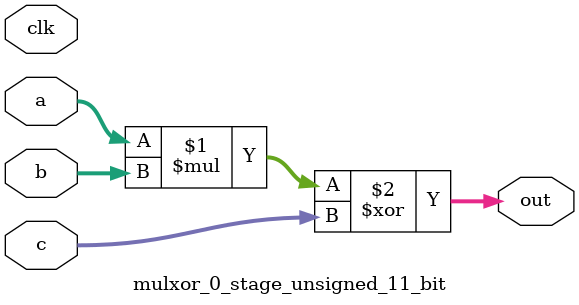
<source format=sv>
(* use_dsp = "yes" *) module mulxor_0_stage_unsigned_11_bit(
	input  [10:0] a,
	input  [10:0] b,
	input  [10:0] c,
	output [10:0] out,
	input clk);

	assign out = (a * b) ^ c;
endmodule

</source>
